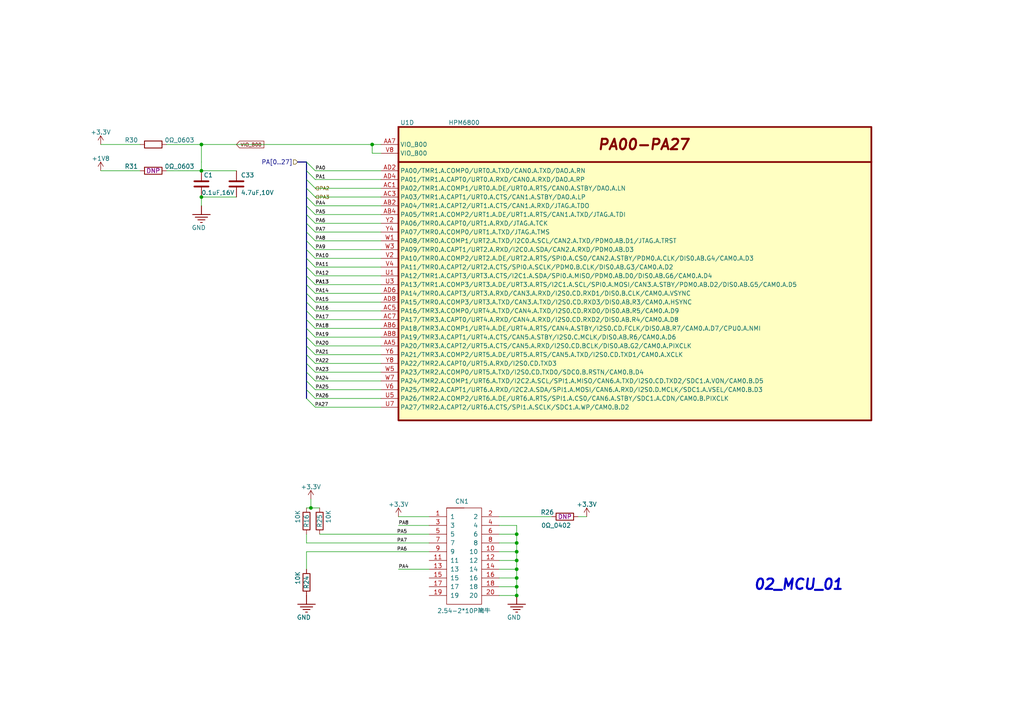
<source format=kicad_sch>
(kicad_sch (version 20230121) (generator eeschema)
  (paper "A4")
  (junction (at 149.86 162.56))
  (junction (at 58.42 57.15))
  (junction (at 149.86 170.18))
  (junction (at 107.95 41.91))
  (junction (at 149.86 165.1))
  (junction (at 58.42 49.53))
  (junction (at 90.17 147.32))
  (junction (at 149.86 172.72))
  (junction (at 149.86 154.94))
  (junction (at 149.86 157.48))
  (junction (at 58.42 41.91))
  (junction (at 149.86 167.64))
  (junction (at 149.86 160.02))
  (bus_entry (at 88.9 102.87) (size 2.54 2.54))
  (bus_entry (at 88.9 92.71) (size 2.54 2.54))
  (bus_entry (at 88.9 107.95) (size 2.54 2.54))
  (bus_entry (at 88.9 113.03) (size 2.54 2.54))
  (bus_entry (at 88.9 77.47) (size 2.54 2.54))
  (bus_entry (at 88.9 110.49) (size 2.54 2.54))
  (bus_entry (at 88.9 105.41) (size 2.54 2.54))
  (bus_entry (at 88.9 59.69) (size 2.54 2.54))
  (bus_entry (at 88.9 52.07) (size 2.54 2.54))
  (bus_entry (at 88.9 72.39) (size 2.54 2.54))
  (bus_entry (at 88.9 100.33) (size 2.54 2.54))
  (bus_entry (at 88.9 87.63) (size 2.54 2.54))
  (bus_entry (at 88.9 82.55) (size 2.54 2.54))
  (bus_entry (at 88.9 54.61) (size 2.54 2.54))
  (bus_entry (at 88.9 115.57) (size 2.54 2.54))
  (bus_entry (at 88.9 69.85) (size 2.54 2.54))
  (bus_entry (at 88.9 46.99) (size 2.54 2.54))
  (bus_entry (at 88.9 62.23) (size 2.54 2.54))
  (bus_entry (at 88.9 95.25) (size 2.54 2.54))
  (bus_entry (at 88.9 97.79) (size 2.54 2.54))
  (bus_entry (at 88.9 90.17) (size 2.54 2.54))
  (bus_entry (at 88.9 80.01) (size 2.54 2.54))
  (bus_entry (at 88.9 67.31) (size 2.54 2.54))
  (bus_entry (at 88.9 74.93) (size 2.54 2.54))
  (bus_entry (at 88.9 64.77) (size 2.54 2.54))
  (bus_entry (at 88.9 49.53) (size 2.54 2.54))
  (bus_entry (at 88.9 57.15) (size 2.54 2.54))
  (bus_entry (at 88.9 85.09) (size 2.54 2.54))
  (wire (pts (xy 48.26 49.53) (xy 58.42 49.53)) (stroke (width 0.15)))
  (wire (pts (xy 149.86 165.1) (xy 149.86 167.64)) (stroke (width 0.15)))
  (wire (pts (xy 91.44 107.95) (xy 110.49 107.95)) (stroke (width 0.15)))
  (wire (pts (xy 91.44 113.03) (xy 110.49 113.03)) (stroke (width 0.15)))
  (wire (pts (xy 90.17 144.78) (xy 90.17 147.32)) (stroke (width 0.15)))
  (wire (pts (xy 144.78 152.4) (xy 149.86 152.4)) (stroke (width 0.15)))
  (wire (pts (xy 144.78 157.48) (xy 149.86 157.48)) (stroke (width 0.15)))
  (wire (pts (xy 91.44 105.41) (xy 110.49 105.41)) (stroke (width 0.15)))
  (wire (pts (xy 90.17 147.32) (xy 92.71 147.32)) (stroke (width 0.15)))
  (bus (pts (xy 88.9 110.49) (xy 88.9 107.95)))
  (wire (pts (xy 92.71 154.94) (xy 124.46 154.94)) (stroke (width 0.15)))
  (wire (pts (xy 91.44 77.47) (xy 110.49 77.47)) (stroke (width 0.15)))
  (bus (pts (xy 88.9 82.55) (xy 88.9 80.01)))
  (wire (pts (xy 88.9 160.02) (xy 124.46 160.02)) (stroke (width 0.15)))
  (bus (pts (xy 88.9 57.15) (xy 88.9 59.69)))
  (wire (pts (xy 29.21 49.53) (xy 40.64 49.53)) (stroke (width 0.15)))
  (bus (pts (xy 88.9 100.33) (xy 88.9 97.79)))
  (wire (pts (xy 58.42 59.69) (xy 58.42 57.15)))
  (wire (pts (xy 144.78 170.18) (xy 149.86 170.18)) (stroke (width 0.15)))
  (bus (pts (xy 88.9 74.93) (xy 88.9 72.39)))
  (wire (pts (xy 144.78 160.02) (xy 149.86 160.02)) (stroke (width 0.15)))
  (bus (pts (xy 88.9 77.47) (xy 88.9 74.93)))
  (wire (pts (xy 144.78 162.56) (xy 149.86 162.56)) (stroke (width 0.15)))
  (wire (pts (xy 149.86 172.72) (xy 144.78 172.72)) (stroke (width 0.15)))
  (bus (pts (xy 88.9 105.41) (xy 88.9 102.87)))
  (wire (pts (xy 149.86 160.02) (xy 149.86 162.56)) (stroke (width 0.15)))
  (wire (pts (xy 58.42 41.91) (xy 58.42 46.99)))
  (wire (pts (xy 149.86 167.64) (xy 149.86 170.18)) (stroke (width 0.15)))
  (wire (pts (xy 110.49 44.45) (xy 107.95 44.45)) (stroke (width 0.15)))
  (wire (pts (xy 91.44 64.77) (xy 110.49 64.77)) (stroke (width 0.15)))
  (wire (pts (xy 91.44 100.33) (xy 110.49 100.33)) (stroke (width 0.15)))
  (wire (pts (xy 91.44 59.69) (xy 110.49 59.69)) (stroke (width 0.15)))
  (wire (pts (xy 91.44 54.61) (xy 110.49 54.61)) (stroke (width 0.15)))
  (wire (pts (xy 144.78 154.94) (xy 149.86 154.94)) (stroke (width 0.15)))
  (wire (pts (xy 91.44 90.17) (xy 110.49 90.17)) (stroke (width 0.15)))
  (bus (pts (xy 88.9 97.79) (xy 88.9 95.25)))
  (wire (pts (xy 91.44 49.53) (xy 110.49 49.53)) (stroke (width 0.15)))
  (wire (pts (xy 107.95 41.91) (xy 110.49 41.91)) (stroke (width 0.15)))
  (wire (pts (xy 115.57 152.4) (xy 124.46 152.4)) (stroke (width 0.15)))
  (bus (pts (xy 88.9 67.31) (xy 88.9 69.85)))
  (bus (pts (xy 86.36 46.99) (xy 88.9 46.99)))
  (wire (pts (xy 144.78 167.64) (xy 149.86 167.64)) (stroke (width 0.15)))
  (wire (pts (xy 91.44 92.71) (xy 110.49 92.71)) (stroke (width 0.15)))
  (wire (pts (xy 91.44 82.55) (xy 110.49 82.55)) (stroke (width 0.15)))
  (bus (pts (xy 88.9 87.63) (xy 88.9 85.09)))
  (wire (pts (xy 91.44 80.01) (xy 110.49 80.01)) (stroke (width 0.15)))
  (wire (pts (xy 91.44 87.63) (xy 110.49 87.63)) (stroke (width 0.15)))
  (bus (pts (xy 88.9 85.09) (xy 88.9 82.55)))
  (wire (pts (xy 107.95 44.45) (xy 107.95 41.91)) (stroke (width 0.15)))
  (bus (pts (xy 88.9 69.85) (xy 88.9 72.39)))
  (bus (pts (xy 88.9 64.77) (xy 88.9 67.31)))
  (bus (pts (xy 88.9 113.03) (xy 88.9 115.57)))
  (wire (pts (xy 91.44 85.09) (xy 110.49 85.09)) (stroke (width 0.15)))
  (wire (pts (xy 95.25 118.11) (xy 110.49 118.11)) (stroke (width 0.15)))
  (wire (pts (xy 91.44 72.39) (xy 110.49 72.39)))
  (wire (pts (xy 91.44 95.25) (xy 110.49 95.25)) (stroke (width 0.15)))
  (bus (pts (xy 88.9 46.99) (xy 88.9 49.53)))
  (bus (pts (xy 88.9 90.17) (xy 88.9 87.63)))
  (bus (pts (xy 88.9 107.95) (xy 88.9 105.41)))
  (wire (pts (xy 149.86 154.94) (xy 149.86 157.48)) (stroke (width 0.15)))
  (bus (pts (xy 88.9 54.61) (xy 88.9 57.15)))
  (wire (pts (xy 170.18 149.86) (xy 167.64 149.86)) (stroke (width 0.15)))
  (bus (pts (xy 88.9 92.71) (xy 88.9 90.17)))
  (wire (pts (xy 58.42 46.99) (xy 58.42 49.53)) (stroke (width 0.15)))
  (wire (pts (xy 91.44 57.15) (xy 110.49 57.15)) (stroke (width 0.15)))
  (wire (pts (xy 29.21 41.91) (xy 40.64 41.91)) (stroke (width 0.15)))
  (wire (pts (xy 91.44 62.23) (xy 110.49 62.23)) (stroke (width 0.15)))
  (wire (pts (xy 160.02 149.86) (xy 144.78 149.86)) (stroke (width 0.15)))
  (wire (pts (xy 90.17 147.32) (xy 88.9 147.32)) (stroke (width 0.15)))
  (bus (pts (xy 88.9 49.53) (xy 88.9 52.07)))
  (wire (pts (xy 91.44 52.07) (xy 110.49 52.07)) (stroke (width 0.15)))
  (wire (pts (xy 91.44 74.93) (xy 110.49 74.93)) (stroke (width 0.15)))
  (wire (pts (xy 91.44 115.57) (xy 110.49 115.57)) (stroke (width 0.15)))
  (wire (pts (xy 115.57 165.1) (xy 124.46 165.1)) (stroke (width 0.15)))
  (wire (pts (xy 91.44 97.79) (xy 110.49 97.79)) (stroke (width 0.15)))
  (bus (pts (xy 88.9 59.69) (xy 88.9 62.23)))
  (wire (pts (xy 91.44 67.31) (xy 110.49 67.31)) (stroke (width 0.15)))
  (bus (pts (xy 88.9 52.07) (xy 88.9 54.61)))
  (wire (pts (xy 91.44 69.85) (xy 110.49 69.85)))
  (bus (pts (xy 88.9 113.03) (xy 88.9 110.49)))
  (wire (pts (xy 48.26 41.91) (xy 58.42 41.91)))
  (wire (pts (xy 144.78 165.1) (xy 149.86 165.1)) (stroke (width 0.15)))
  (wire (pts (xy 149.86 152.4) (xy 149.86 154.94)) (stroke (width 0.15)))
  (bus (pts (xy 88.9 102.87) (xy 88.9 100.33)))
  (wire (pts (xy 58.42 57.15) (xy 68.58 57.15)))
  (wire (pts (xy 88.9 154.94) (xy 88.9 157.48)) (stroke (width 0.15)))
  (wire (pts (xy 149.86 170.18) (xy 149.86 172.72)) (stroke (width 0.15)))
  (wire (pts (xy 58.42 49.53) (xy 68.58 49.53)))
  (wire (pts (xy 88.9 160.02) (xy 88.9 165.1)))
  (wire (pts (xy 115.57 149.86) (xy 124.46 149.86)) (stroke (width 0.15)))
  (bus (pts (xy 88.9 95.25) (xy 88.9 92.71)))
  (wire (pts (xy 58.42 41.91) (xy 107.95 41.91)) (stroke (width 0.15)))
  (wire (pts (xy 149.86 162.56) (xy 149.86 165.1)) (stroke (width 0.15)))
  (bus (pts (xy 88.9 62.23) (xy 88.9 64.77)))
  (bus (pts (xy 88.9 80.01) (xy 88.9 77.47)))
  (wire (pts (xy 91.44 118.11) (xy 95.25 118.11)))
  (wire (pts (xy 91.44 110.49) (xy 110.49 110.49)) (stroke (width 0.15)))
  (wire (pts (xy 88.9 157.48) (xy 124.46 157.48)) (stroke (width 0.15)))
  (wire (pts (xy 91.44 102.87) (xy 110.49 102.87)) (stroke (width 0.15)))
  (wire (pts (xy 149.86 157.48) (xy 149.86 160.02)) (stroke (width 0.15)))
  (text "02_MCU_01" (at 218.44 171.45 0) (effects (font (size 3 3) (thickness 0.6) bold italic) (justify left bottom)))
  (label "PA8" (at 115.57 152.4 0) (effects (font (size 1 1))))
  (label "PA13" (at 91.44 82.55 0) (effects (font (size 1 1))))
  (label "PA0" (at 91.44 49.53 0) (effects (font (size 1 1))) (property "Intersheetrefs" "${INTERSHEET_REFS}" (effects hide)))
  (label "PA23" (at 91.44 107.95 0) (effects (font (size 1 1))))
  (label "PA22" (at 91.44 105.41 0) (effects (font (size 1 1))))
  (label "PA5" (at 91.44 62.23 0) (effects (font (size 1 1))) (property "Intersheetrefs" "${INTERSHEET_REFS}" (effects hide)))
  (label "PA4" (at 91.44 59.69 0) (effects (font (size 1 1))) (property "Intersheetrefs" "${INTERSHEET_REFS}" (effects hide)))
  (label "PA24" (at 91.44 110.49 0) (effects (font (size 1 1))) (property "Intersheetrefs" "${INTERSHEET_REFS}" (effects hide)))
  (label "PA21" (at 91.44 102.87 0) (effects (font (size 1 1))) (property "Intersheetrefs" "${INTERSHEET_REFS}" (effects hide)))
  (label "PA12" (at 91.44 80.01 0) (effects (font (size 1 1))))
  (label "PA6" (at 91.44 64.77 0) (effects (font (size 1 1))) (property "Intersheetrefs" "${INTERSHEET_REFS}" (effects hide)))
  (label "PA10" (at 91.44 74.93 0) (effects (font (size 1 1))))
  (label "PA4" (at 115.57 165.1 0) (effects (font (size 1 1))))
  (label "PA7" (at 118.11 157.48 180) (effects (font (size 1 1))))
  (label "PA18" (at 91.44 95.25 0) (effects (font (size 1 1))))
  (label "PA11" (at 91.44 77.47 0) (effects (font (size 1 1))))
  (label "PA19" (at 91.44 97.79 0) (effects (font (size 1 1))))
  (label "PA20" (at 91.44 100.33 0) (effects (font (size 1 1))) (property "Intersheetrefs" "${INTERSHEET_REFS}" (effects hide)))
  (label "PA9" (at 91.44 72.39 0) (effects (font (size 1 1))) (property "Intersheetrefs" "${INTERSHEET_REFS}" (effects hide)))
  (label "PA16" (at 91.44 90.17 0) (effects (font (size 1 1))) (property "Intersheetrefs" "${INTERSHEET_REFS}" (effects hide)))
  (label "PA6" (at 118.11 160.02 180) (effects (font (size 1 1))))
  (label "PA7" (at 91.44 67.31 0) (effects (font (size 1 1))) (property "Intersheetrefs" "${INTERSHEET_REFS}" (effects hide)))
  (label "PA26" (at 91.44 115.57 0) (effects (font (size 1 1))))
  (label "PA5" (at 118.11 154.94 180) (effects (font (size 1 1))))
  (label "PA13" (at 91.44 82.55 0) (effects (font (size 1 1))))
  (label "PA14" (at 91.44 85.09 0) (effects (font (size 1 1))) (property "Intersheetrefs" "${INTERSHEET_REFS}" (effects hide)))
  (label "PA17" (at 91.44 92.71 0) (effects (font (size 1 1))) (property "Intersheetrefs" "${INTERSHEET_REFS}" (effects hide)))
  (label "PA8" (at 91.44 69.85 0) (effects (font (size 1 1))) (property "Intersheetrefs" "${INTERSHEET_REFS}" (effects hide)))
  (label "PA1" (at 91.44 52.07 0) (effects (font (size 1 1))) (property "Intersheetrefs" "${INTERSHEET_REFS}" (effects hide)))
  (label "PA15" (at 91.44 87.63 0) (effects (font (size 1 1))) (property "Intersheetrefs" "${INTERSHEET_REFS}" (effects hide)))
  (label "PA25" (at 91.44 113.03 0) (effects (font (size 1 1))) (property "Intersheetrefs" "${INTERSHEET_REFS}" (effects hide)))
  (label "PA27" (at 95.25 118.11 180) (effects (font (size 1 1))))
  (global_label "VIO_B00" (shape input) (at 68.58 41.91 0) (effects (font (size 1 1))) (property "Intersheetrefs" "${INTERSHEET_REFS}" (effects hide)))
  (hierarchical_label "PA3" (shape input) (at 91.44 57.15 0) (effects (font (size 1 1))))
  (hierarchical_label "PA2" (shape input) (at 91.44 54.61 0) (effects (font (size 1 1))))
  (hierarchical_label "PA[0..27]" (shape input) (at 86.36 46.99 180))
  (symbol (lib_id "00_HPM6800_Library:HPM6880IBD1") (at 252.73 36.83 0) (unit 4)
    (property "Reference" "U1" (at 118.11 35.56 0))
    (property "Value" "HPM6800" (at 134.62 35.56 0))
    (property "Footprint" "00_HPM_Library:BGA_417" (effects hide))
    (property "Company" "HPM" (effects hide))
  )
  (symbol (lib_id "02_HPM_Resistor:0Ω_0402") (at 163.83 149.86 0) (unit 1)
    (property "Reference" "R26" (at 158.75 148.59 0))
    (property "Value" "0Ω_0402" (at 161.29 152.4 0))
    (property "Footprint" "02_HPM_Resistor:R_0402" (effects hide))
    (property "Model" "RC0402JR-070RL" (effects hide))
    (property "Company" "YAGEO(国巨)" (effects hide))
    (property "ASSY_OPT" "DNP" (at 163.83 149.86 0))
  )
  (symbol (lib_id "02_HPM_Resistor:10K") (at 92.71 151.13 270) (unit 1)
    (property "Reference" "R25" (at 92.71 151.13 0))
    (property "Value" "10K" (at 95.25 149.86 0))
    (property "Footprint" "02_HPM_Resistor:R_0402" (effects hide))
    (property "Model" "0402WGF1002TCE" (effects hide))
    (property "Company" "UNI-ROYAL(厚声)" (effects hide))
  )
  (symbol (lib_id "power:+3.3V") (at 170.18 149.86 0) (unit 1)
    (property "Reference" "#PWR0194" (effects hide))
    (property "Value" "+3.3V" (at 170.18 146.304 0))
  )
  (symbol (lib_id "333-altium-import:GND") (at 88.9 172.72 0) (unit 1)
    (property "Reference" "#PWR0191" (effects hide))
    (property "Value" "GND" (at 90.17 179.07 0) (effects (justify right)))
  )
  (symbol (lib_name "4.7uF,10V_1") (lib_id "03_HPM_Capacitance:4.7uF,10V") (at 68.58 53.34 0) (unit 1)
    (property "Reference" "C33" (at 69.85 50.8 0) (effects (justify left)))
    (property "Value" "4.7uF,10V" (at 69.85 55.88 0) (effects (justify left)))
    (property "Footprint" "03_HPM_Capacitance:C_0402" (effects hide))
    (property "Model" " CL05A475MP5NRNC" (effects hide))
    (property "Company" " SAMSUNG(三星)" (effects hide))
    (instances (project "HPM1500_DDR2_CORE_RevA" (path "" (reference "C33") (unit 1)) (path "" (reference "C134") (unit 1))))
  )
  (symbol (lib_id "power:+3.3V") (at 29.21 41.91 0) (unit 1)
    (property "Reference" "#PWR0209" (effects hide))
    (property "Value" "+3.3V" (at 29.21 38.354 0))
  )
  (symbol (lib_id "333-altium-import:GND") (at 149.86 172.72 0) (unit 1)
    (property "Reference" "#PWR0193" (effects hide))
    (property "Value" "GND" (at 151.13 179.07 0) (effects (justify right)))
  )
  (symbol (lib_id "power:+3.3V") (at 90.17 144.78 0) (unit 1)
    (property "Reference" "#PWR0190" (effects hide))
    (property "Value" "+3.3V" (at 90.17 141.224 0))
  )
  (symbol (lib_id "02_HPM_Resistor:0Ω_0603") (at 44.45 41.91 0) (unit 1)
    (property "Reference" "R30" (at 38.1 40.64 0))
    (property "Value" "0Ω_0603" (at 52.07 40.64 0))
    (property "Footprint" "02_HPM_Resistor:R_0603_1608Metric" (effects hide))
    (property "Model" "0603WAF0000T5E" (effects hide))
    (property "Company" "UNI-ROYAL(厚声)" (effects hide))
  )
  (symbol (lib_id "1HPM0531:Z-231011820106") (at 134.62 161.29 0) (unit 1)
    (property "Reference" "CN1" (at 133.985 145.415 0))
    (property "Value" "2.54-2*10P简牛" (at 134.62 177.165 0))
    (property "Footprint" "05_HPM_Connector:简易牛角插座 2-10P" (effects hide))
    (property "Model" "2.54-2*10P简牛" (effects hide))
    (property "Company" "BOOMELE(博穆精密)" (effects hide))
  )
  (symbol (lib_id "333-altium-import:GND") (at 58.42 59.69 0) (unit 1)
    (property "Reference" "#PWR0246" (effects hide))
    (property "Value" "GND" (at 59.69 66.04 0) (effects (justify right)))
  )
  (symbol (lib_name "0.1uF,16V_1") (lib_id "03_HPM_Capacitance:0.1uF,16V") (at 58.42 53.34 0) (unit 1)
    (property "Reference" "C1" (at 59.055 50.8 0) (effects (justify left)))
    (property "Value" "0.1uF,16V" (at 58.42 55.88 0) (effects (justify left)))
    (property "Footprint" "03_HPM_Capacitance:C_0402" (effects hide))
    (property "Model" "CL05B104KO5NNNC" (effects hide))
    (property "Company" "SAMSUNG(三星)" (effects hide))
    (instances (project "HPM1500_DDR2_CORE_RevA" (path "" (reference "C1") (unit 1)) (path "" (reference "C10") (unit 1))))
  )
  (symbol (lib_id "power:+1V8") (at 29.21 49.53 0) (unit 1)
    (property "Reference" "#PWR0208" (effects hide))
    (property "Value" "+1V8" (at 29.21 45.974 0))
  )
  (symbol (lib_id "power:+3.3V") (at 115.57 149.86 0) (unit 1)
    (property "Reference" "#PWR0192" (effects hide))
    (property "Value" "+3.3V" (at 115.57 146.304 0))
  )
  (symbol (lib_name "10K_1") (lib_id "02_HPM_Resistor:10K") (at 88.9 168.91 270) (unit 1)
    (property "Reference" "R24" (at 88.9 168.91 0))
    (property "Value" "10K" (at 86.36 167.64 0))
    (property "Footprint" "02_HPM_Resistor:R_0402" (effects hide))
    (property "Model" "0402WGF1002TCE" (effects hide))
    (property "Company" "UNI-ROYAL(厚声)" (effects hide))
  )
  (symbol (lib_name "10K_2") (lib_id "02_HPM_Resistor:10K") (at 88.9 151.13 270) (unit 1)
    (property "Reference" "R16" (at 88.9 151.13 0))
    (property "Value" "10K" (at 86.36 149.86 0))
    (property "Footprint" "02_HPM_Resistor:R_0402" (effects hide))
    (property "Model" "0402WGF1002TCE" (effects hide))
    (property "Company" "UNI-ROYAL(厚声)" (effects hide))
  )
  (symbol (lib_id "02_HPM_Resistor:0Ω_0603") (at 44.45 49.53 0) (unit 1)
    (property "Reference" "R31" (at 38.1 48.26 0))
    (property "Value" "0Ω_0603" (at 52.07 48.26 0))
    (property "Footprint" "02_HPM_Resistor:R_0603" (effects hide))
    (property "Model" "0603WAF0000T5E" (effects hide))
    (property "Company" "UNI-ROYAL(厚声)" (effects hide))
    (property "ASSY_OPT" "DNP" (at 44.45 49.53 0))
  )
)
</source>
